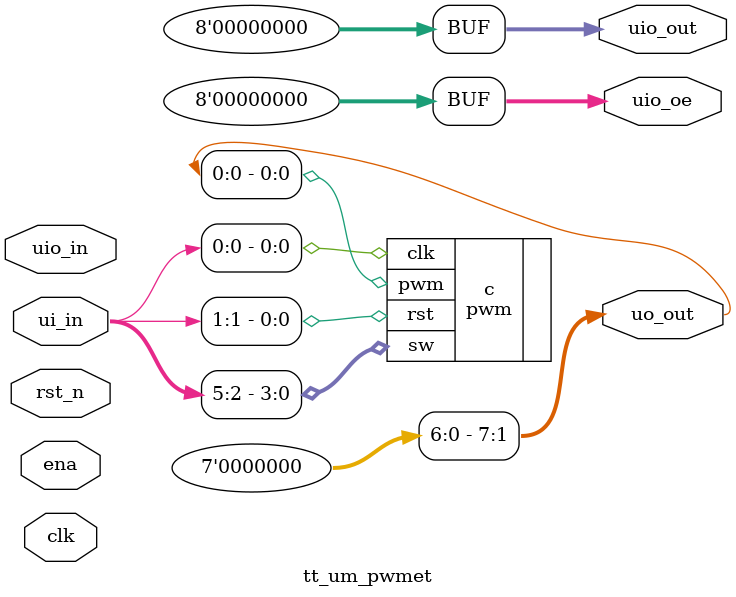
<source format=v>
/*
 * Copyright (c) 2024 Your Name
 * SPDX-License-Identifier: Apache-2.0
 */

`default_nettype none

module tt_um_pwmet (
    input  wire [7:0] ui_in,    // Dedicated inputs
    output wire [7:0] uo_out,   // Dedicated outputs
    input  wire [7:0] uio_in,   // IOs: Input path
    output wire [7:0] uio_out,  // IOs: Output path
    output wire [7:0] uio_oe,   // IOs: Enable path (active high: 0=input, 1=output)
    input  wire       ena,      // always 1 when the design is powered, so you can ignore it
    input  wire       clk,      // clock
    input  wire       rst_n     // reset_n - low to reset
);
    pwm c (
        .clk(ui_in[0]),
        .rst(ui_in[1]),
        .sw(ui_in[5:2]),
        .pwm(uo_out[0])
    );
  // All output pins must be assigned. If not used, assign to 0.
    assign uo_out [7:1] = 7'b0000000;  // Example: ou_out is the sum of ui_in and uio_in
    assign uio_out [7:0]= 8'b00000000;
    assign uio_oe  [7:0]= 8'b00000000;

  // List all unused inputs to prevent warnings
    wire _unused = &{ena, clk, rst_n, ui_in[7:6], uio_in[7:0]};

endmodule

</source>
